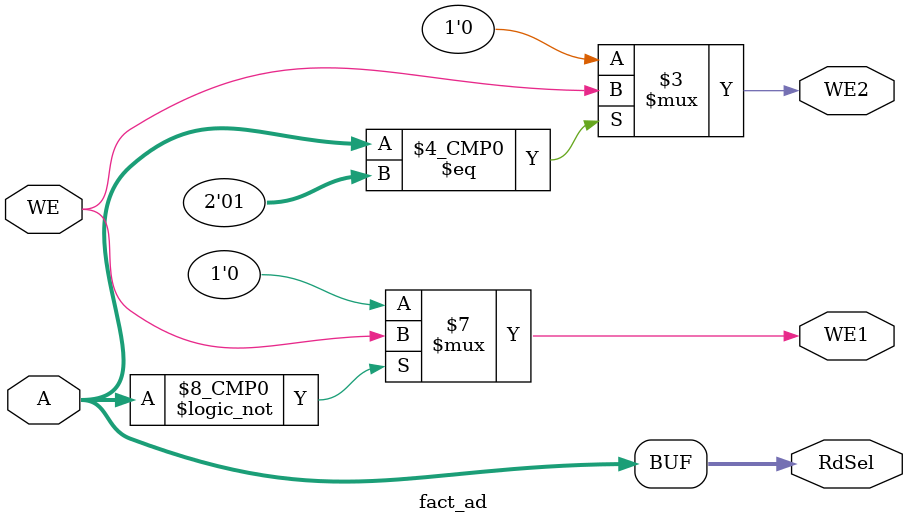
<source format=v>
module fact_ad(
  input wire [1:0] A,
  input wire WE,
  output reg WE1, WE2,
  output wire [1:0] RdSel
);
  always @ (*) begin
    case (A)
      // n register write enable
      2'b00: begin
      WE1 = WE;
      WE2 = 1'b0;
      end
      // go register write enable
      2'b01: begin
      WE1 = 1'b0;
      WE2 = WE;
      end
      default: begin
      WE1 = 1'b0;
      WE2 = 1'b0;
      end
    endcase
  end
  assign RdSel = A;
endmodule

</source>
